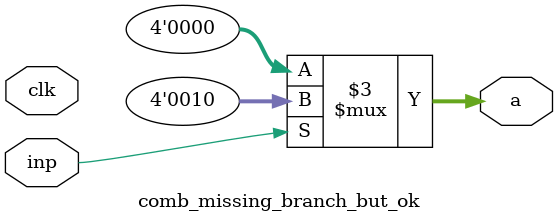
<source format=sv>
module comb_missing_branch_but_ok(input logic clk,
                                  input logic inp,
                                  output logic[3:0] a);

always_comb begin
 a = 4'd0;

 if (inp)
   a = 4'd2;
end

endmodule

</source>
